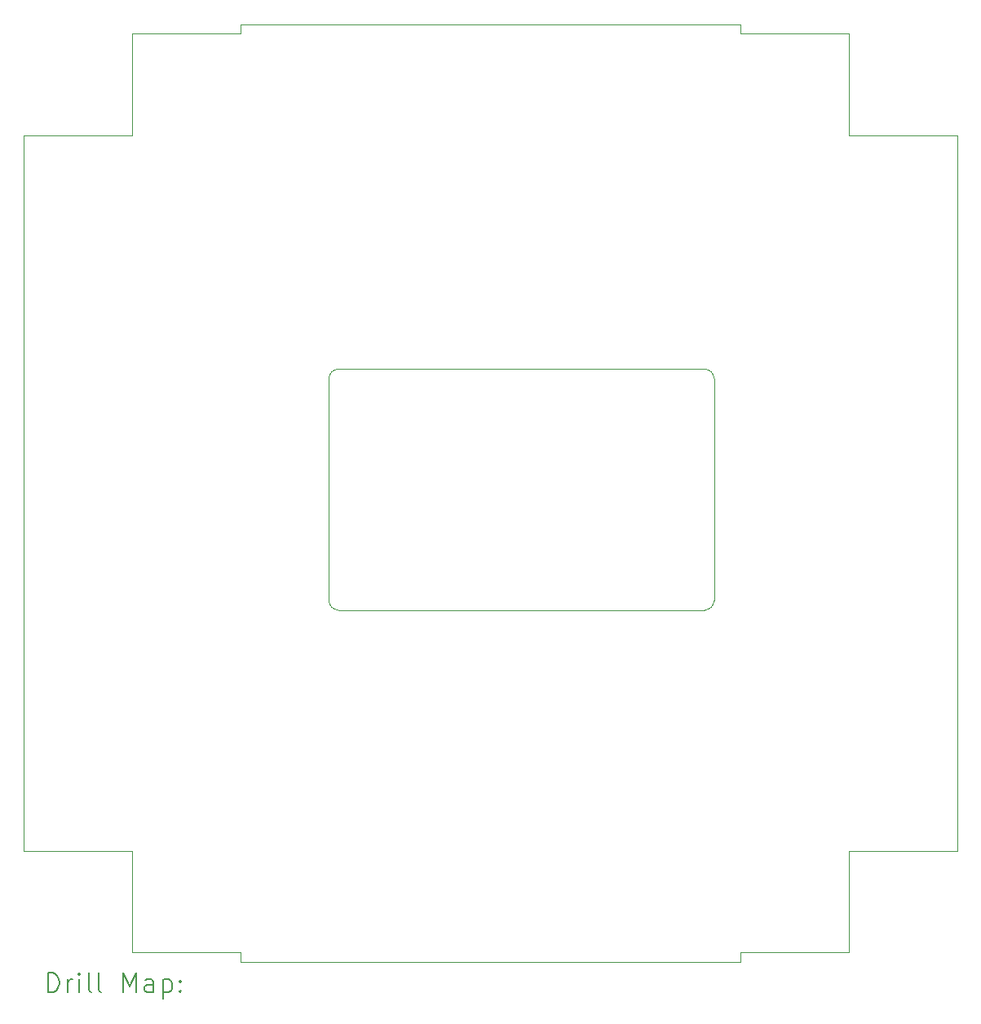
<source format=gbr>
%FSLAX45Y45*%
G04 Gerber Fmt 4.5, Leading zero omitted, Abs format (unit mm)*
G04 Created by KiCad (PCBNEW (6.0.5)) date 2022-08-19 16:14:11*
%MOMM*%
%LPD*%
G01*
G04 APERTURE LIST*
%TA.AperFunction,Profile*%
%ADD10C,0.050000*%
%TD*%
%ADD11C,0.200000*%
G04 APERTURE END LIST*
D10*
X12123800Y-4639920D02*
X10996400Y-4639920D01*
X17311000Y-4539920D02*
X12123800Y-4539920D01*
X18438400Y-5691480D02*
X18438400Y-4639920D01*
X13038000Y-10520000D02*
G75*
G03*
X13138000Y-10620000I100000J0D01*
G01*
X12123600Y-14272800D02*
X12123600Y-14172800D01*
X17038000Y-8220000D02*
G75*
G03*
X16938000Y-8120000I-100000J0D01*
G01*
X16938000Y-10620000D02*
G75*
G03*
X17038000Y-10520000I0J100000D01*
G01*
X12123800Y-4639920D02*
X12123800Y-4539920D01*
X16938000Y-10620000D02*
X13138000Y-10620000D01*
X12123600Y-14172800D02*
X10996200Y-14172800D01*
X18438200Y-14172800D02*
X17310800Y-14172800D01*
X19565600Y-13121240D02*
X19565800Y-5691480D01*
X10996200Y-14172800D02*
X10996200Y-13121240D01*
X9869000Y-5691480D02*
X9868800Y-13121240D01*
X17311000Y-4539920D02*
X17311000Y-4639920D01*
X10996400Y-5691480D02*
X9869000Y-5691480D01*
X19565800Y-5691480D02*
X18438400Y-5691480D01*
X18438400Y-4639920D02*
X17311000Y-4639920D01*
X17310800Y-14272800D02*
X12123600Y-14272800D01*
X13138000Y-8120000D02*
G75*
G03*
X13038000Y-8220000I0J-100000D01*
G01*
X17038000Y-8220000D02*
X17038000Y-10520000D01*
X19565600Y-13121240D02*
X18438200Y-13121240D01*
X10996400Y-5691480D02*
X10996400Y-4639920D01*
X10996200Y-13121240D02*
X9868800Y-13121240D01*
X17310800Y-14172800D02*
X17310800Y-14272800D01*
X16938000Y-8120000D02*
X13138000Y-8120000D01*
X13038000Y-8220000D02*
X13038000Y-10520000D01*
X18438200Y-14172800D02*
X18438200Y-13121240D01*
D11*
X10123919Y-14585776D02*
X10123919Y-14385776D01*
X10171538Y-14385776D01*
X10200110Y-14395300D01*
X10219157Y-14414348D01*
X10228681Y-14433395D01*
X10238205Y-14471490D01*
X10238205Y-14500062D01*
X10228681Y-14538157D01*
X10219157Y-14557205D01*
X10200110Y-14576252D01*
X10171538Y-14585776D01*
X10123919Y-14585776D01*
X10323919Y-14585776D02*
X10323919Y-14452443D01*
X10323919Y-14490538D02*
X10333443Y-14471490D01*
X10342967Y-14461967D01*
X10362014Y-14452443D01*
X10381062Y-14452443D01*
X10447729Y-14585776D02*
X10447729Y-14452443D01*
X10447729Y-14385776D02*
X10438205Y-14395300D01*
X10447729Y-14404824D01*
X10457252Y-14395300D01*
X10447729Y-14385776D01*
X10447729Y-14404824D01*
X10571538Y-14585776D02*
X10552490Y-14576252D01*
X10542967Y-14557205D01*
X10542967Y-14385776D01*
X10676300Y-14585776D02*
X10657252Y-14576252D01*
X10647729Y-14557205D01*
X10647729Y-14385776D01*
X10904871Y-14585776D02*
X10904871Y-14385776D01*
X10971538Y-14528633D01*
X11038205Y-14385776D01*
X11038205Y-14585776D01*
X11219157Y-14585776D02*
X11219157Y-14481014D01*
X11209633Y-14461967D01*
X11190586Y-14452443D01*
X11152490Y-14452443D01*
X11133443Y-14461967D01*
X11219157Y-14576252D02*
X11200109Y-14585776D01*
X11152490Y-14585776D01*
X11133443Y-14576252D01*
X11123919Y-14557205D01*
X11123919Y-14538157D01*
X11133443Y-14519109D01*
X11152490Y-14509586D01*
X11200109Y-14509586D01*
X11219157Y-14500062D01*
X11314395Y-14452443D02*
X11314395Y-14652443D01*
X11314395Y-14461967D02*
X11333443Y-14452443D01*
X11371538Y-14452443D01*
X11390586Y-14461967D01*
X11400109Y-14471490D01*
X11409633Y-14490538D01*
X11409633Y-14547681D01*
X11400109Y-14566728D01*
X11390586Y-14576252D01*
X11371538Y-14585776D01*
X11333443Y-14585776D01*
X11314395Y-14576252D01*
X11495348Y-14566728D02*
X11504871Y-14576252D01*
X11495348Y-14585776D01*
X11485824Y-14576252D01*
X11495348Y-14566728D01*
X11495348Y-14585776D01*
X11495348Y-14461967D02*
X11504871Y-14471490D01*
X11495348Y-14481014D01*
X11485824Y-14471490D01*
X11495348Y-14461967D01*
X11495348Y-14481014D01*
M02*

</source>
